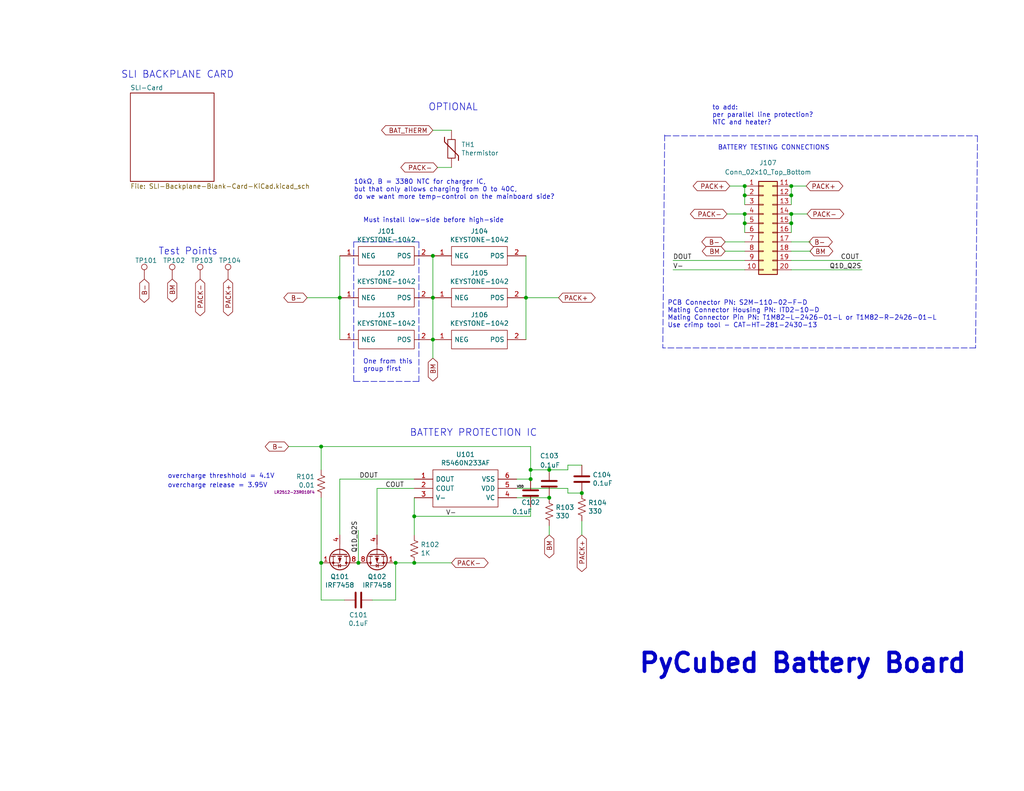
<source format=kicad_sch>
(kicad_sch (version 20211123) (generator eeschema)
  (paper "USLetter")
  (title_block (title "PyCubed Battery Board") (date "2021-03-07") (rev "v01b") (company "Max Holliday"))
  (lib_symbols
    (symbol "Connector:TestPoint" (pin_numbers hide) (pin_names (offset 0.762) hide)
      (property "Reference" "TP" (at 0 6.858 0))
      (property "Value" "TestPoint" (at 0 5.08 0))
      (symbol "TestPoint_0_1"
        (circle (center 0 3.302) (radius 0.762))
      )
      (symbol "TestPoint_1_1"
        (pin passive line (at 0 0 90) (length 2.54) (name "1") (number "1"))
      )
    )
    (symbol "Connector_Generic:Conn_02x10_Top_Bottom" (pin_names (offset 1.016) hide)
      (property "Reference" "J" (at 1.27 12.7 0))
      (property "Value" "Conn_02x10_Top_Bottom" (at 1.27 -15.24 0))
      (symbol "Conn_02x10_Top_Bottom_1_1"
        (rectangle (start -1.27 -12.573) (end 0 -12.827) (stroke (width 0.1524)))
        (rectangle (start -1.27 -10.033) (end 0 -10.287) (stroke (width 0.1524)))
        (rectangle (start -1.27 -7.493) (end 0 -7.747) (stroke (width 0.1524)))
        (rectangle (start -1.27 -4.953) (end 0 -5.207) (stroke (width 0.1524)))
        (rectangle (start -1.27 -2.413) (end 0 -2.667) (stroke (width 0.1524)))
        (rectangle (start -1.27 0.127) (end 0 -0.127) (stroke (width 0.1524)))
        (rectangle (start -1.27 2.667) (end 0 2.413) (stroke (width 0.1524)))
        (rectangle (start -1.27 5.207) (end 0 4.953) (stroke (width 0.1524)))
        (rectangle (start -1.27 7.747) (end 0 7.493) (stroke (width 0.1524)))
        (rectangle (start -1.27 10.287) (end 0 10.033) (stroke (width 0.1524)))
        (rectangle (start -1.27 11.43) (end 3.81 -13.97) (stroke (width 0.254)) (fill (type background)))
        (rectangle (start 3.81 -12.573) (end 2.54 -12.827) (stroke (width 0.1524)))
        (rectangle (start 3.81 -10.033) (end 2.54 -10.287) (stroke (width 0.1524)))
        (rectangle (start 3.81 -7.493) (end 2.54 -7.747) (stroke (width 0.1524)))
        (rectangle (start 3.81 -4.953) (end 2.54 -5.207) (stroke (width 0.1524)))
        (rectangle (start 3.81 -2.413) (end 2.54 -2.667) (stroke (width 0.1524)))
        (rectangle (start 3.81 0.127) (end 2.54 -0.127) (stroke (width 0.1524)))
        (rectangle (start 3.81 2.667) (end 2.54 2.413) (stroke (width 0.1524)))
        (rectangle (start 3.81 5.207) (end 2.54 4.953) (stroke (width 0.1524)))
        (rectangle (start 3.81 7.747) (end 2.54 7.493) (stroke (width 0.1524)))
        (rectangle (start 3.81 10.287) (end 2.54 10.033) (stroke (width 0.1524)))
        (pin passive line (at -5.08 10.16 0) (length 3.81) (name "Pin_1") (number "1"))
        (pin passive line (at -5.08 -12.7 0) (length 3.81) (name "Pin_10") (number "10"))
        (pin passive line (at 7.62 10.16 180) (length 3.81) (name "Pin_11") (number "11"))
        (pin passive line (at 7.62 7.62 180) (length 3.81) (name "Pin_12") (number "12"))
        (pin passive line (at 7.62 5.08 180) (length 3.81) (name "Pin_13") (number "13"))
        (pin passive line (at 7.62 2.54 180) (length 3.81) (name "Pin_14") (number "14"))
        (pin passive line (at 7.62 0 180) (length 3.81) (name "Pin_15") (number "15"))
        (pin passive line (at 7.62 -2.54 180) (length 3.81) (name "Pin_16") (number "16"))
        (pin passive line (at 7.62 -5.08 180) (length 3.81) (name "Pin_17") (number "17"))
        (pin passive line (at 7.62 -7.62 180) (length 3.81) (name "Pin_18") (number "18"))
        (pin passive line (at 7.62 -10.16 180) (length 3.81) (name "Pin_19") (number "19"))
        (pin passive line (at -5.08 7.62 0) (length 3.81) (name "Pin_2") (number "2"))
        (pin passive line (at 7.62 -12.7 180) (length 3.81) (name "Pin_20") (number "20"))
        (pin passive line (at -5.08 5.08 0) (length 3.81) (name "Pin_3") (number "3"))
        (pin passive line (at -5.08 2.54 0) (length 3.81) (name "Pin_4") (number "4"))
        (pin passive line (at -5.08 0 0) (length 3.81) (name "Pin_5") (number "5"))
        (pin passive line (at -5.08 -2.54 0) (length 3.81) (name "Pin_6") (number "6"))
        (pin passive line (at -5.08 -5.08 0) (length 3.81) (name "Pin_7") (number "7"))
        (pin passive line (at -5.08 -7.62 0) (length 3.81) (name "Pin_8") (number "8"))
        (pin passive line (at -5.08 -10.16 0) (length 3.81) (name "Pin_9") (number "9"))
      )
    )
    (symbol "Device:C" (pin_numbers hide) (pin_names (offset 0.254))
      (property "Reference" "C" (at 0.635 2.54 0))
      (property "Value" "C" (at 0.635 -2.54 0))
      (symbol "C_0_1"
        (polyline (pts (xy -2.032 -0.762) (xy 2.032 -0.762)) (stroke (width 0.508)))
        (polyline (pts (xy -2.032 0.762) (xy 2.032 0.762)) (stroke (width 0.508)))
      )
      (symbol "C_1_1"
        (pin passive line (at 0 3.81 270) (length 2.794) (name "~") (number "1"))
        (pin passive line (at 0 -3.81 90) (length 2.794) (name "~") (number "2"))
      )
    )
    (symbol "Device:R_US" (pin_numbers hide) (pin_names (offset 0))
      (property "Reference" "R" (at 2.54 0 90))
      (property "Value" "R_US" (at -2.54 0 90))
      (symbol "R_US_0_1"
        (polyline (pts (xy 0 -2.286) (xy 0 -2.54)))
        (polyline (pts (xy 0 2.286) (xy 0 2.54)))
        (polyline (pts (xy 0 -0.762) (xy 1.016 -1.143) (xy 0 -1.524) (xy -1.016 -1.905) (xy 0 -2.286)))
        (polyline (pts (xy 0 0.762) (xy 1.016 0.381) (xy 0 0) (xy -1.016 -0.381) (xy 0 -0.762)))
        (polyline (pts (xy 0 2.286) (xy 1.016 1.905) (xy 0 1.524) (xy -1.016 1.143) (xy 0 0.762)))
      )
      (symbol "R_US_1_1"
        (pin passive line (at 0 3.81 270) (length 1.27) (name "~") (number "1"))
        (pin passive line (at 0 -3.81 90) (length 1.27) (name "~") (number "2"))
      )
    )
    (symbol "Device:Thermistor" (pin_numbers hide) (pin_names (offset 0))
      (property "Reference" "TH" (at 2.54 1.27 90))
      (property "Value" "Thermistor" (at -2.54 0 90))
      (symbol "Thermistor_0_1"
        (rectangle (start -1.016 2.54) (end 1.016 -2.54) (stroke (width 0.2032)))
        (polyline (pts (xy -1.905 3.175) (xy -1.905 1.905) (xy 1.905 -1.905) (xy 1.905 -3.175) (xy 1.905 -3.175)) (stroke (width 0.254)))
      )
      (symbol "Thermistor_1_1"
        (pin passive line (at 0 5.08 270) (length 2.54) (name "~") (number "1"))
        (pin passive line (at 0 -5.08 90) (length 2.54) (name "~") (number "2"))
      )
    )
    (symbol "Transistor_FET:IRF7404" (pin_names hide)
      (property "Reference" "Q" (at 5.08 1.905 0))
      (property "Value" "IRF7404" (at 5.08 0 0))
      (symbol "IRF7404_0_1"
        (polyline (pts (xy 0.254 0) (xy -2.54 0)))
        (polyline (pts (xy 0.254 1.905) (xy 0.254 -1.905)) (stroke (width 0.254)))
        (polyline (pts (xy 0.762 -1.27) (xy 0.762 -2.286)) (stroke (width 0.254)))
        (polyline (pts (xy 0.762 0.508) (xy 0.762 -0.508)) (stroke (width 0.254)))
        (polyline (pts (xy 0.762 2.286) (xy 0.762 1.27)) (stroke (width 0.254)))
        (polyline (pts (xy 2.54 2.54) (xy 2.54 1.778)))
        (polyline (pts (xy 2.54 -2.54) (xy 2.54 0) (xy 0.762 0)))
        (polyline (pts (xy 0.762 1.778) (xy 3.302 1.778) (xy 3.302 -1.778) (xy 0.762 -1.778)))
        (polyline (pts (xy 2.286 0) (xy 1.27 0.381) (xy 1.27 -0.381) (xy 2.286 0)) (fill (type outline)))
        (polyline (pts (xy 2.794 -0.508) (xy 2.921 -0.381) (xy 3.683 -0.381) (xy 3.81 -0.254)))
        (polyline (pts (xy 3.302 -0.381) (xy 2.921 0.254) (xy 3.683 0.254) (xy 3.302 -0.381)))
        (circle (center 1.651 0) (radius 2.794) (stroke (width 0.254)))
        (circle (center 2.54 -1.778) (radius 0.254) (fill (type outline)))
        (circle (center 2.54 1.778) (radius 0.254) (fill (type outline)))
      )
      (symbol "IRF7404_1_1"
        (pin passive line (at 2.54 -5.08 90) (length 2.54) (name "S") (number "1"))
        (pin passive line (at 2.54 -5.08 90) (length 2.54) hide (name "S") (number "2"))
        (pin passive line (at 2.54 -5.08 90) (length 2.54) hide (name "S") (number "3"))
        (pin passive line (at -5.08 0 0) (length 2.54) (name "G") (number "4"))
        (pin passive line (at 2.54 5.08 270) (length 2.54) hide (name "D") (number "5"))
        (pin passive line (at 2.54 5.08 270) (length 2.54) hide (name "D") (number "6"))
        (pin passive line (at 2.54 5.08 270) (length 2.54) hide (name "D") (number "7"))
        (pin passive line (at 2.54 5.08 270) (length 2.54) (name "D") (number "8"))
      )
    )
    (symbol "batteryboard-rescue:1042-symbols" (pin_names (offset 0.762))
      (property "Reference" "J" (at 11.43 6.35 0))
      (property "Value" "batteryboard-rescue_1042-symbols" (at 10.16 3.81 0))
      (symbol "1042-symbols_0_0"
        (pin unspecified line (at 0 0 0) (length 5.08) (name "NEG") (number "1"))
        (pin unspecified line (at 25.4 0 180) (length 5.08) (name "POS") (number "2"))
      )
      (symbol "1042-symbols_0_1"
        (polyline (pts (xy 5.08 2.54) (xy 20.32 2.54) (xy 20.32 -2.54) (xy 5.08 -2.54) (xy 5.08 2.54)) (stroke (width 0.1524)))
      )
    )
    (symbol "batteryboard-rescue:R5460N233AF-symbols" (pin_names (offset 0.762))
      (property "Reference" "U" (at 12.7 3.81 0))
      (property "Value" "batteryboard-rescue_R5460N233AF-symbols" (at 7.62 -8.89 0))
      (symbol "R5460N233AF-symbols_0_0"
        (pin unspecified line (at 0 0 0) (length 5.08) (name "DOUT") (number "1"))
        (pin unspecified line (at 0 -2.54 0) (length 5.08) (name "COUT") (number "2"))
        (pin unspecified line (at 0 -5.08 0) (length 5.08) (name "V-") (number "3"))
        (pin unspecified line (at 27.94 -5.08 180) (length 5.08) (name "VC") (number "4"))
        (pin unspecified line (at 27.94 -2.54 180) (length 5.08) (name "VDD") (number "5"))
        (pin unspecified line (at 27.94 0 180) (length 5.08) (name "VSS") (number "6"))
      )
      (symbol "R5460N233AF-symbols_0_1"
        (polyline (pts (xy 5.08 2.54) (xy 22.86 2.54) (xy 22.86 -7.62) (xy 5.08 -7.62) (xy 5.08 2.54)) (stroke (width 0.1524)))
      )
    )
  )
  (junction (at 118.11 92.71))
  (junction (at 158.75 134.62))
  (junction (at 107.95 153.67))
  (junction (at 113.03 140.97))
  (junction (at 87.63 121.92))
  (junction (at 203.2 53.34))
  (junction (at 113.03 153.67))
  (junction (at 118.11 81.28))
  (junction (at 215.9 53.34))
  (junction (at 144.78 130.81))
  (junction (at 144.78 128.27))
  (junction (at 203.2 58.42))
  (junction (at 118.11 69.85))
  (junction (at 215.9 58.42))
  (junction (at 215.9 60.96))
  (junction (at 143.51 81.28))
  (junction (at 203.2 60.96))
  (junction (at 149.86 135.89))
  (junction (at 87.63 153.67))
  (junction (at 203.2 50.8))
  (junction (at 149.86 128.27))
  (junction (at 97.79 153.67))
  (junction (at 215.9 50.8))
  (junction (at 92.71 81.28))
  (wire (pts (xy 215.9 50.8) (xy 219.964 50.8)))
  (wire (pts (xy 113.03 140.97) (xy 113.03 135.89)))
  (wire (pts (xy 198.374 58.42) (xy 203.2 58.42)))
  (wire (pts (xy 143.51 81.28) (xy 143.51 69.85)))
  (wire (pts (xy 92.71 81.28) (xy 83.82 81.28)))
  (wire (pts (xy 149.86 128.27) (xy 154.94 128.27)))
  (wire (pts (xy 154.94 133.35) (xy 154.94 134.62)))
  (polyline (pts (xy 96.52 104.14) (xy 96.52 66.04)))
  (wire (pts (xy 215.9 60.96) (xy 215.9 63.5)))
  (wire (pts (xy 119.38 45.72) (xy 123.19 45.72)))
  (polyline (pts (xy 181.356 36.83) (xy 180.848 94.996)))
  (wire (pts (xy 87.63 121.92) (xy 87.63 128.27)))
  (wire (pts (xy 123.19 153.67) (xy 113.03 153.67)))
  (wire (pts (xy 92.71 130.81) (xy 113.03 130.81)))
  (polyline (pts (xy 96.52 66.04) (xy 114.3 66.04)))
  (wire (pts (xy 92.71 92.71) (xy 92.71 81.28)))
  (polyline (pts (xy 266.7 37.084) (xy 266.192 94.996)))
  (wire (pts (xy 118.11 92.71) (xy 118.11 97.79)))
  (polyline (pts (xy 114.3 66.04) (xy 114.3 104.14)))
  (wire (pts (xy 92.71 81.28) (xy 92.71 69.85)))
  (wire (pts (xy 102.87 133.35) (xy 102.87 146.05)))
  (wire (pts (xy 118.11 69.85) (xy 118.11 81.28)))
  (wire (pts (xy 215.9 58.42) (xy 215.9 60.96)))
  (wire (pts (xy 158.75 146.05) (xy 158.75 142.24)))
  (polyline (pts (xy 266.192 94.996) (xy 180.848 94.996)))
  (wire (pts (xy 197.866 68.58) (xy 203.2 68.58)))
  (wire (pts (xy 199.136 50.8) (xy 203.2 50.8)))
  (wire (pts (xy 144.78 140.97) (xy 113.03 140.97)))
  (wire (pts (xy 203.2 50.8) (xy 203.2 53.34)))
  (wire (pts (xy 149.86 146.05) (xy 149.86 143.51)))
  (wire (pts (xy 102.87 133.35) (xy 113.03 133.35)))
  (wire (pts (xy 107.95 163.83) (xy 107.95 153.67)))
  (wire (pts (xy 93.98 163.83) (xy 87.63 163.83)))
  (wire (pts (xy 143.51 81.28) (xy 152.4 81.28)))
  (wire (pts (xy 215.9 50.8) (xy 215.9 53.34)))
  (wire (pts (xy 144.78 121.92) (xy 87.63 121.92)))
  (wire (pts (xy 87.63 121.92) (xy 78.74 121.92)))
  (wire (pts (xy 203.2 53.34) (xy 203.2 55.88)))
  (wire (pts (xy 154.94 134.62) (xy 158.75 134.62)))
  (wire (pts (xy 154.94 128.27) (xy 154.94 127)))
  (wire (pts (xy 118.11 35.56) (xy 123.19 35.56)))
  (wire (pts (xy 215.9 73.66) (xy 235.204 73.66)))
  (wire (pts (xy 101.6 163.83) (xy 107.95 163.83)))
  (wire (pts (xy 215.9 71.12) (xy 235.204 71.12)))
  (wire (pts (xy 140.97 133.35) (xy 154.94 133.35)))
  (wire (pts (xy 183.642 73.66) (xy 203.2 73.66)))
  (wire (pts (xy 144.78 128.27) (xy 149.86 128.27)))
  (wire (pts (xy 107.95 153.67) (xy 113.03 153.67)))
  (wire (pts (xy 203.2 60.96) (xy 203.2 63.5)))
  (wire (pts (xy 144.78 138.43) (xy 144.78 140.97)))
  (wire (pts (xy 215.9 53.34) (xy 215.9 55.88)))
  (wire (pts (xy 140.97 130.81) (xy 144.78 130.81)))
  (wire (pts (xy 118.11 81.28) (xy 118.11 92.71)))
  (wire (pts (xy 113.03 146.05) (xy 113.03 140.97)))
  (wire (pts (xy 221.234 68.58) (xy 215.9 68.58)))
  (wire (pts (xy 87.63 153.67) (xy 87.63 135.89)))
  (wire (pts (xy 154.94 127) (xy 158.75 127)))
  (wire (pts (xy 144.78 128.27) (xy 144.78 130.81)))
  (wire (pts (xy 144.78 128.27) (xy 144.78 121.92)))
  (wire (pts (xy 140.97 135.89) (xy 149.86 135.89)))
  (wire (pts (xy 143.51 92.71) (xy 143.51 81.28)))
  (wire (pts (xy 221.234 66.04) (xy 215.9 66.04)))
  (wire (pts (xy 197.866 66.04) (xy 203.2 66.04)))
  (wire (pts (xy 87.63 163.83) (xy 87.63 153.67)))
  (wire (pts (xy 92.71 146.05) (xy 92.71 130.81)))
  (wire (pts (xy 215.9 58.42) (xy 220.218 58.42)))
  (wire (pts (xy 183.642 71.12) (xy 203.2 71.12)))
  (wire (pts (xy 97.79 144.78) (xy 97.79 153.67)))
  (wire (pts (xy 203.2 58.42) (xy 203.2 60.96)))
  (polyline (pts (xy 114.3 104.14) (xy 96.52 104.14)))
  (polyline (pts (xy 181.356 37.084) (xy 266.7 37.084)))
  (text "overcharge release = 3.95V" (at 45.72 133.35 0) (effects (font (size 1.27 1.27)) (justify left bottom)))
  (text "Test Points" (at 43.18 69.85 0) (effects (font (size 1.905 1.905)) (justify left bottom)))
  (text "PCB Connector PN: S2M-110-02-F-D\nMating Connector Housing PN: ITD2-10-D\nMating Connector Pin PN: T1M82-L-2426-01-L or T1M82-R-2426-01-L\nUse crimp tool - CAT-HT-281-2430-13" (at 182.118 89.662 0) (effects (font (size 1.27 1.27)) (justify left bottom)))
  (text "Must install low-side before high-side" (at 99.06 60.96 0) (effects (font (size 1.27 1.27)) (justify left bottom)))
  (text "SLI BACKPLANE CARD" (at 33.02 21.59 0) (effects (font (size 1.905 1.905)) (justify left bottom)))
  (text "BATTERY TESTING CONNECTIONS" (at 195.834 41.148 0) (effects (font (size 1.27 1.27)) (justify left bottom)))
  (text "overcharge threshhold = 4.1V" (at 45.72 130.81 0) (effects (font (size 1.27 1.27)) (justify left bottom)))
  (text "OPTIONAL" (at 116.84 30.48 0) (effects (font (size 1.905 1.905)) (justify left bottom)))
  (text "to add:\nper parallel line protection?\nNTC and heater?" (at 194.31 34.29 0) (effects (font (size 1.27 1.27)) (justify left bottom)))
  (text "BATTERY PROTECTION IC" (at 111.76 119.38 0) (effects (font (size 1.905 1.905)) (justify left bottom)))
  (text "One from this \ngroup first" (at 99.06 101.6 0) (effects (font (size 1.27 1.27)) (justify left bottom)))
  (text "PyCubed Battery Board" (at 173.99 184.15 0) (effects (font (size 5.08 5.08) (thickness 1.016) bold) (justify left bottom)))
  (text "10kΩ, B = 3380 NTC for charger IC, \nbut that only allows charging from 0 to 40C, \ndo we want more temp-control on the mainboard side?" (at 96.52 54.61 0) (effects (font (size 1.27 1.27)) (justify left bottom)))
  (label "V-" (at 183.642 73.66 0))
  (label "DOUT" (at 98.044 130.81 0))
  (label "V-" (at 121.666 140.97 0))
  (label "Q1D_Q2S" (at 226.314 73.66 0))
  (label "COUT" (at 105.156 133.35 0))
  (label "Q1D_Q2S" (at 97.79 150.876 90))
  (label "COUT" (at 229.362 71.12 0))
  (label "VDD" (at 140.97 133.35 0) (effects (font (size 0.635 0.635))))
  (label "DOUT" (at 183.642 71.12 0))
  (global_label "B-" (shape bidirectional) (at 83.82 81.28 180) (property "Intersheet References" "${INTERSHEET_REFS}" (effects hide)))
  (global_label "B-" (shape bidirectional) (at 78.74 121.92 180) (property "Intersheet References" "${INTERSHEET_REFS}" (effects hide)))
  (global_label "BAT_THERM" (shape bidirectional) (at 118.11 35.56 180) (property "Intersheet References" "${INTERSHEET_REFS}" (effects hide)))
  (global_label "PACK-" (shape bidirectional) (at 119.38 45.72 180) (property "Intersheet References" "${INTERSHEET_REFS}" (effects hide)))
  (global_label "PACK-" (shape bidirectional) (at 54.61 76.2 270) (property "Intersheet References" "${INTERSHEET_REFS}" (effects hide)))
  (global_label "BM" (shape bidirectional) (at 46.99 76.2 270) (property "Intersheet References" "${INTERSHEET_REFS}" (effects hide)))
  (global_label "PACK+" (shape bidirectional) (at 62.23 76.2 270) (property "Intersheet References" "${INTERSHEET_REFS}" (effects hide)))
  (global_label "PACK+" (shape bidirectional) (at 199.136 50.8 180) (property "Intersheet References" "${INTERSHEET_REFS}" (effects hide)))
  (global_label "PACK-" (shape bidirectional) (at 220.218 58.42 0) (property "Intersheet References" "${INTERSHEET_REFS}" (effects hide)))
  (global_label "BM" (shape bidirectional) (at 118.11 97.79 270) (property "Intersheet References" "${INTERSHEET_REFS}" (effects hide)))
  (global_label "PACK+" (shape bidirectional) (at 219.964 50.8 0) (property "Intersheet References" "${INTERSHEET_REFS}" (effects hide)))
  (global_label "BM" (shape bidirectional) (at 220.98 68.58 0) (property "Intersheet References" "${INTERSHEET_REFS}" (effects hide)))
  (global_label "PACK-" (shape bidirectional) (at 198.374 58.42 180) (property "Intersheet References" "${INTERSHEET_REFS}" (effects hide)))
  (global_label "PACK+" (shape bidirectional) (at 152.4 81.28 0) (property "Intersheet References" "${INTERSHEET_REFS}" (effects hide)))
  (global_label "B-" (shape bidirectional) (at 197.866 66.04 180) (property "Intersheet References" "${INTERSHEET_REFS}" (effects hide)))
  (global_label "PACK+" (shape bidirectional) (at 158.75 146.05 270) (property "Intersheet References" "${INTERSHEET_REFS}" (effects hide)))
  (global_label "PACK-" (shape bidirectional) (at 123.19 153.67 0) (property "Intersheet References" "${INTERSHEET_REFS}" (effects hide)))
  (global_label "BM" (shape bidirectional) (at 197.866 68.58 180) (property "Intersheet References" "${INTERSHEET_REFS}" (effects hide)))
  (global_label "B-" (shape bidirectional) (at 39.37 76.2 270) (property "Intersheet References" "${INTERSHEET_REFS}" (effects hide)))
  (global_label "BM" (shape bidirectional) (at 149.86 146.05 270) (property "Intersheet References" "${INTERSHEET_REFS}" (effects hide)))
  (global_label "B-" (shape bidirectional) (at 220.726 66.04 0) (property "Intersheet References" "${INTERSHEET_REFS}" (effects hide)))
  (symbol (lib_id "batteryboard-rescue:1042-symbols") (at 118.11 69.85 0) (unit 1)
    (property "Reference" "J104" (at 130.81 63.119 0))
    (property "Value" "KEYSTONE-1042" (at 130.81 65.4304 0))
    (property "Footprint" "batteryboard-v01b_SLI_card:KEYSTONE-1042" (effects hide))
    (property "Datasheet" "http://www.mouser.com/ds/2/215/042-744829.pdf" (effects hide))
    (property "Description" "Cylindrical Battery Contacts, Clips, Holders & Springs 18650 S/M PC BATTERY HOLDER" (effects hide))
    (property "Manufacturer_Name" "Keystone Electronics" (effects hide))
    (property "Manufacturer_Part_Number" "1042" (effects hide))
    (property "Mouser Part Number" "534-1042" (effects hide))
    (property "Mouser Price/Stock" "https://www.mouser.com/Search/Refine.aspx?Keyword=534-1042" (effects hide))
  )
  (symbol (lib_id "batteryboard-rescue:1042-symbols") (at 92.71 69.85 0) (unit 1)
    (property "Reference" "J101" (at 105.41 63.119 0))
    (property "Value" "KEYSTONE-1042" (at 105.41 65.4304 0))
    (property "Footprint" "batteryboard-v01b_SLI_card:KEYSTONE-1042_ALT_J1" (effects hide))
    (property "Datasheet" "http://www.mouser.com/ds/2/215/042-744829.pdf" (effects hide))
    (property "Description" "Cylindrical Battery Contacts, Clips, Holders & Springs 18650 S/M PC BATTERY HOLDER" (effects hide))
    (property "Manufacturer_Name" "Keystone Electronics" (effects hide))
    (property "Manufacturer_Part_Number" "1042" (effects hide))
    (property "Mouser Part Number" "534-1042" (effects hide))
    (property "Mouser Price/Stock" "https://www.mouser.com/Search/Refine.aspx?Keyword=534-1042" (effects hide))
  )
  (symbol (lib_id "batteryboard-rescue:1042-symbols") (at 92.71 81.28 0) (unit 1)
    (property "Reference" "J102" (at 105.41 74.549 0))
    (property "Value" "KEYSTONE-1042" (at 105.41 76.8604 0))
    (property "Footprint" "batteryboard-v01b_SLI_card:KEYSTONE-1042" (effects hide))
    (property "Datasheet" "http://www.mouser.com/ds/2/215/042-744829.pdf" (effects hide))
    (property "Description" "Cylindrical Battery Contacts, Clips, Holders & Springs 18650 S/M PC BATTERY HOLDER" (effects hide))
    (property "Manufacturer_Name" "Keystone Electronics" (effects hide))
    (property "Manufacturer_Part_Number" "1042" (effects hide))
    (property "Mouser Part Number" "534-1042" (effects hide))
    (property "Mouser Price/Stock" "https://www.mouser.com/Search/Refine.aspx?Keyword=534-1042" (effects hide))
  )
  (symbol (lib_id "batteryboard-rescue:1042-symbols") (at 118.11 81.28 0) (unit 1)
    (property "Reference" "J105" (at 130.81 74.549 0))
    (property "Value" "KEYSTONE-1042" (at 130.81 76.8604 0))
    (property "Footprint" "batteryboard-v01b_SLI_card:KEYSTONE-1042_alt_J4" (effects hide))
    (property "Datasheet" "http://www.mouser.com/ds/2/215/042-744829.pdf" (effects hide))
    (property "Description" "Cylindrical Battery Contacts, Clips, Holders & Springs 18650 S/M PC BATTERY HOLDER" (effects hide))
    (property "Manufacturer_Name" "Keystone Electronics" (effects hide))
    (property "Manufacturer_Part_Number" "1042" (effects hide))
    (property "Mouser Part Number" "534-1042" (effects hide))
    (property "Mouser Price/Stock" "https://www.mouser.com/Search/Refine.aspx?Keyword=534-1042" (effects hide))
  )
  (symbol (lib_id "batteryboard-rescue:1042-symbols") (at 92.71 92.71 0) (unit 1)
    (property "Reference" "J103" (at 105.41 85.979 0))
    (property "Value" "KEYSTONE-1042" (at 105.41 88.2904 0))
    (property "Footprint" "batteryboard-v01b_SLI_card:KEYSTONE-1042_ALT_J5" (effects hide))
    (property "Datasheet" "http://www.mouser.com/ds/2/215/042-744829.pdf" (effects hide))
    (property "Description" "Cylindrical Battery Contacts, Clips, Holders & Springs 18650 S/M PC BATTERY HOLDER" (effects hide))
    (property "Manufacturer_Name" "Keystone Electronics" (effects hide))
    (property "Manufacturer_Part_Number" "1042" (effects hide))
    (property "Mouser Part Number" "534-1042" (effects hide))
    (property "Mouser Price/Stock" "https://www.mouser.com/Search/Refine.aspx?Keyword=534-1042" (effects hide))
  )
  (symbol (lib_id "batteryboard-rescue:1042-symbols") (at 118.11 92.71 0) (unit 1)
    (property "Reference" "J106" (at 130.81 85.979 0))
    (property "Value" "KEYSTONE-1042" (at 130.81 88.2904 0))
    (property "Footprint" "batteryboard-v01b_SLI_card:KEYSTONE-1042" (effects hide))
    (property "Datasheet" "http://www.mouser.com/ds/2/215/042-744829.pdf" (effects hide))
    (property "Description" "Cylindrical Battery Contacts, Clips, Holders & Springs 18650 S/M PC BATTERY HOLDER" (effects hide))
    (property "Manufacturer_Name" "Keystone Electronics" (effects hide))
    (property "Manufacturer_Part_Number" "1042" (effects hide))
    (property "Mouser Part Number" "534-1042" (effects hide))
    (property "Mouser Price/Stock" "https://www.mouser.com/Search/Refine.aspx?Keyword=534-1042" (effects hide))
  )
  (symbol (lib_id "batteryboard-rescue:R5460N233AF-symbols") (at 113.03 130.81 0) (unit 1)
    (property "Reference" "U101" (at 127 124.079 0))
    (property "Value" "R5460N233AF" (at 127 126.3904 0))
    (property "Footprint" "custom-footprints:SOT95P280X130-6N" (effects hide))
    (property "Datasheet" "http://www.mouser.com/datasheet/2/792/r5460-e-1085730.pdf" (effects hide))
    (property "Description" "Battery Management 2-Cell Li-ion Protection IC" (effects hide))
    (property "Height" "1.3" (effects hide))
    (property "Manufacturer_Name" "Ricoh Electronic Devices Company" (effects hide))
    (property "Manufacturer_Part_Number" "R5460N233AF-TR-FE" (effects hide))
    (property "Mouser Part Number" "848-R5460N233AFTRFE" (effects hide))
    (property "Mouser Price/Stock" "https://www.mouser.com/Search/Refine.aspx?Keyword=848-R5460N233AFTRFE" (effects hide))
  )
  (symbol (lib_id "Connector:TestPoint") (at 39.37 76.2 0) (unit 1)
    (property "Reference" "TP101" (at 36.83 71.12 0) (effects (justify left)))
    (property "Value" "TestPoint" (effects hide))
    (property "Footprint" "TestPoint:TestPoint_Loop_D1.80mm_Drill1.0mm_Beaded" (effects hide))
    (property "DNP" "DNP" (effects hide))
  )
  (symbol (lib_id "Connector:TestPoint") (at 46.99 76.2 0) (unit 1)
    (property "Reference" "TP102" (at 44.45 71.12 0) (effects (justify left)))
    (property "Value" "TestPoint" (effects hide))
    (property "Footprint" "TestPoint:TestPoint_Loop_D1.80mm_Drill1.0mm_Beaded" (effects hide))
    (property "DNP" "DNP" (effects hide))
  )
  (symbol (lib_id "Connector:TestPoint") (at 54.61 76.2 0) (unit 1)
    (property "Reference" "TP103" (at 52.07 71.12 0) (effects (justify left)))
    (property "Value" "TestPoint" (effects hide))
    (property "Footprint" "TestPoint:TestPoint_Loop_D1.80mm_Drill1.0mm_Beaded" (effects hide))
    (property "DNP" "DNP" (effects hide))
  )
  (symbol (lib_id "Connector:TestPoint") (at 62.23 76.2 0) (unit 1)
    (property "Reference" "TP104" (at 59.69 71.12 0) (effects (justify left)))
    (property "Value" "TestPoint" (effects hide))
    (property "Footprint" "TestPoint:TestPoint_Loop_D1.80mm_Drill1.0mm_Beaded" (effects hide))
    (property "DNP" "DNP" (effects hide))
  )
  (symbol (lib_id "Transistor_FET:IRF7404") (at 102.87 151.13 90) (mirror x) (unit 1)
    (property "Reference" "Q102" (at 102.87 157.4546 90))
    (property "Value" "IRF7458" (at 102.87 159.766 90))
    (property "Footprint" "Package_SO:SOIC-8_3.9x4.9mm_P1.27mm" (effects hide))
    (property "Datasheet" "http://www.infineon.com/dgdl/irf7404.pdf?fileId=5546d462533600a4015355fa2b5b1b9e" (effects hide))
    (property "Manufacturer_Part_Number" "IRF7458" (effects hide))
  )
  (symbol (lib_id "Transistor_FET:IRF7404") (at 92.71 151.13 270) (unit 1)
    (property "Reference" "Q101" (at 92.71 157.4546 90))
    (property "Value" "IRF7458" (at 92.71 159.766 90))
    (property "Footprint" "Package_SO:SOIC-8_3.9x4.9mm_P1.27mm" (effects hide))
    (property "Datasheet" "http://www.infineon.com/dgdl/irf7404.pdf?fileId=5546d462533600a4015355fa2b5b1b9e" (effects hide))
    (property "Manufacturer_Part_Number" "IRF7458" (effects hide))
  )
  (symbol (lib_id "Device:R_US") (at 149.86 139.7 180) (unit 1)
    (property "Reference" "R103" (at 151.5872 138.5316 0) (effects (justify right)))
    (property "Value" "330" (at 151.5872 140.843 0) (effects (justify right)))
    (property "Footprint" "Resistor_SMD:R_0603_1608Metric" (effects hide))
  )
  (symbol (lib_id "Device:C") (at 149.86 132.08 0) (unit 1)
    (property "Reference" "C103" (at 147.32 124.46 0) (effects (justify left)))
    (property "Value" "0.1uF" (at 147.32 127 0) (effects (justify left)))
    (property "Footprint" "Capacitor_SMD:C_0603_1608Metric" (effects hide))
  )
  (symbol (lib_id "Device:C") (at 158.75 130.81 0) (unit 1)
    (property "Reference" "C104" (at 161.671 129.6416 0) (effects (justify left)))
    (property "Value" "0.1uF" (at 161.671 131.953 0) (effects (justify left)))
    (property "Footprint" "Capacitor_SMD:C_0603_1608Metric" (effects hide))
  )
  (symbol (lib_id "Device:R_US") (at 158.75 138.43 180) (unit 1)
    (property "Reference" "R104" (at 160.4772 137.2616 0) (effects (justify right)))
    (property "Value" "330" (at 160.4772 139.573 0) (effects (justify right)))
    (property "Footprint" "Resistor_SMD:R_0603_1608Metric" (effects hide))
  )
  (symbol (lib_id "Device:R_US") (at 113.03 149.86 0) (unit 1)
    (property "Reference" "R102" (at 114.7572 148.6916 0) (effects (justify left)))
    (property "Value" "1K" (at 114.7572 151.003 0) (effects (justify left)))
    (property "Footprint" "Resistor_SMD:R_0603_1608Metric" (effects hide))
    (property "Manufacturer_Part_Number" "LR2512-23R010F4" (effects hide))
  )
  (symbol (lib_id "Device:C") (at 144.78 134.62 0) (unit 1)
    (property "Reference" "C102" (at 142.24 137.16 0) (effects (justify left)))
    (property "Value" "0.1uF" (at 139.7 139.7 0) (effects (justify left)))
    (property "Footprint" "Capacitor_SMD:C_0603_1608Metric" (effects hide))
  )
  (symbol (lib_id "Device:R_US") (at 87.63 132.08 0) (unit 1)
    (property "Reference" "R101" (at 85.9028 130.1496 0) (effects (justify right)))
    (property "Value" "0.01" (at 85.9028 132.461 0) (effects (justify right)))
    (property "Footprint" "Resistor_SMD:R_2512_6332Metric" (effects hide))
    (property "PN" "LR2512-23R010F4" (at 85.9028 134.3914 0) (effects (font (size 0.762 0.762)) (justify right)))
  )
  (symbol (lib_id "Device:C") (at 97.79 163.83 90) (unit 1)
    (property "Reference" "C101" (at 97.79 167.894 90))
    (property "Value" "0.1uF" (at 97.79 170.2054 90))
    (property "Footprint" "Capacitor_SMD:C_0603_1608Metric" (effects hide))
  )
  (symbol (lib_id "Device:Thermistor") (at 123.19 40.64 0) (unit 1)
    (property "Reference" "TH1" (at 125.857 39.4716 0) (effects (justify left)))
    (property "Value" "Thermistor" (at 125.857 41.783 0) (effects (justify left)))
    (property "Footprint" "Resistor_THT:R_Axial_DIN0204_L3.6mm_D1.6mm_P5.08mm_Vertical" (effects hide))
  )
  (symbol (lib_id "Connector_Generic:Conn_02x10_Top_Bottom") (at 208.28 60.96 0) (unit 1)
    (property "Reference" "J107" (at 209.55 44.45 0))
    (property "Value" "Conn_02x10_Top_Bottom" (at 209.55 46.99 0))
    (property "Footprint" "batteryboard:SAMTEC_S2M-110-02-X-D" (effects hide))
  )
  (sheet (at 35.56 25.4) (size 22.86 24.13)
    (property "Sheet name" "SLI-Card" (at 35.56 24.6884 0) (effects (justify left bottom)))
    (property "Sheet file" "SLI-Backplane-Blank-Card-KiCad.kicad_sch" (at 35.56 50.1146 0) (effects (justify left top)))
  )
)
</source>
